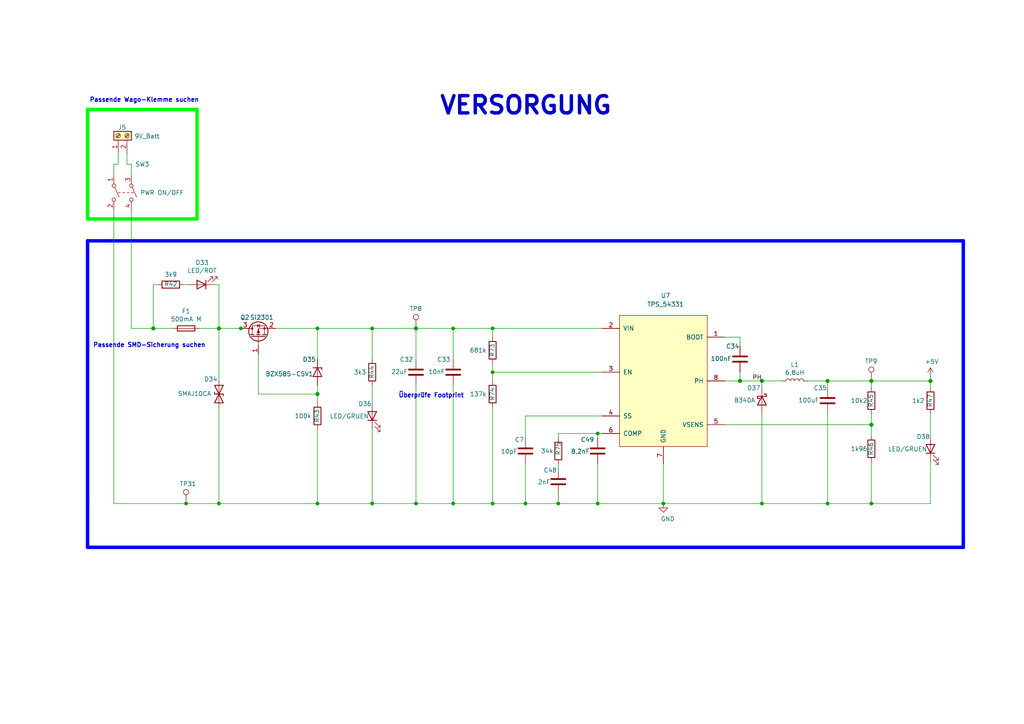
<source format=kicad_sch>
(kicad_sch (version 20210126) (generator eeschema)
  (paper "A4")
  (lib_symbols
    (symbol "Connector:TestPoint" (pin_numbers hide) (pin_names (offset 0.762) hide)
      (property "Reference" "TP" (at 0 6.858 0))
      (property "Value" "TestPoint" (at 0 5.08 0))
      (symbol "TestPoint_0_1"
        (circle (center 0 3.302) (radius 0.762))
      )
      (symbol "TestPoint_1_1"
        (pin passive line (at 0 0 90) (length 2.54) (name "1") (number "1"))
      )
    )
    (symbol "Connector_-_Kopie:Screw_Terminal_01x02" (pin_names (offset 1.016) hide)
      (property "Reference" "J" (at 0 2.54 0))
      (property "Value" "Screw_Terminal_01x02" (at 0 -5.08 0))
      (symbol "Screw_Terminal_01x02_1_1"
        (circle (center 0 -2.54) (radius 0.635) (stroke (width 0.1524)))
        (circle (center 0 0) (radius 0.635) (stroke (width 0.1524)))
        (rectangle (start -1.27 1.27) (end 1.27 -3.81) (stroke (width 0.254)) (fill (type background)))
        (polyline (pts (xy -0.5334 -2.2098) (xy 0.3302 -3.048)) (stroke (width 0.1524)))
        (polyline (pts (xy -0.5334 0.3302) (xy 0.3302 -0.508)) (stroke (width 0.1524)))
        (polyline (pts (xy -0.3556 -2.032) (xy 0.508 -2.8702)) (stroke (width 0.1524)))
        (polyline (pts (xy -0.3556 0.508) (xy 0.508 -0.3302)) (stroke (width 0.1524)))
        (pin passive line (at -5.08 0 0) (length 3.81) (name "Pin_1") (number "1"))
        (pin passive line (at -5.08 -2.54 0) (length 3.81) (name "Pin_2") (number "2"))
      )
    )
    (symbol "Device:C" (pin_numbers hide) (pin_names (offset 0.254))
      (property "Reference" "C" (at 0.635 2.54 0))
      (property "Value" "C" (at 0.635 -2.54 0))
      (symbol "C_0_1"
        (polyline (pts (xy -2.032 -0.762) (xy 2.032 -0.762)) (stroke (width 0.508)))
        (polyline (pts (xy -2.032 0.762) (xy 2.032 0.762)) (stroke (width 0.508)))
      )
      (symbol "C_1_1"
        (pin passive line (at 0 3.81 270) (length 2.794) (name "~") (number "1"))
        (pin passive line (at 0 -3.81 90) (length 2.794) (name "~") (number "2"))
      )
    )
    (symbol "Device:C_1" (pin_numbers hide) (pin_names (offset 0.254))
      (property "Reference" "C" (at 0.635 2.54 0))
      (property "Value" "C" (at 0.635 -2.54 0))
      (symbol "C_1_0_1"
        (polyline (pts (xy -2.032 -0.762) (xy 2.032 -0.762)) (stroke (width 0.508)))
        (polyline (pts (xy -2.032 0.762) (xy 2.032 0.762)) (stroke (width 0.508)))
      )
      (symbol "C_1_1_1"
        (pin passive line (at 0 3.81 270) (length 2.794) (name "~") (number "1"))
        (pin passive line (at 0 -3.81 90) (length 2.794) (name "~") (number "2"))
      )
    )
    (symbol "Device:C_2" (pin_numbers hide) (pin_names (offset 0.254))
      (property "Reference" "C" (at 0.635 2.54 0))
      (property "Value" "C" (at 0.635 -2.54 0))
      (symbol "C_2_0_1"
        (polyline (pts (xy -2.032 -0.762) (xy 2.032 -0.762)) (stroke (width 0.508)))
        (polyline (pts (xy -2.032 0.762) (xy 2.032 0.762)) (stroke (width 0.508)))
      )
      (symbol "C_2_1_1"
        (pin passive line (at 0 3.81 270) (length 2.794) (name "~") (number "1"))
        (pin passive line (at 0 -3.81 90) (length 2.794) (name "~") (number "2"))
      )
    )
    (symbol "Device:C_3" (pin_numbers hide) (pin_names (offset 0.254))
      (property "Reference" "C" (at 0.635 2.54 0))
      (property "Value" "C" (at 0.635 -2.54 0))
      (symbol "C_3_0_1"
        (polyline (pts (xy -2.032 -0.762) (xy 2.032 -0.762)) (stroke (width 0.508)))
        (polyline (pts (xy -2.032 0.762) (xy 2.032 0.762)) (stroke (width 0.508)))
      )
      (symbol "C_3_1_1"
        (pin passive line (at 0 3.81 270) (length 2.794) (name "~") (number "1"))
        (pin passive line (at 0 -3.81 90) (length 2.794) (name "~") (number "2"))
      )
    )
    (symbol "Device:C_4" (pin_numbers hide) (pin_names (offset 0.254))
      (property "Reference" "C" (at 0.635 2.54 0))
      (property "Value" "C" (at 0.635 -2.54 0))
      (symbol "C_4_0_1"
        (polyline (pts (xy -2.032 -0.762) (xy 2.032 -0.762)) (stroke (width 0.508)))
        (polyline (pts (xy -2.032 0.762) (xy 2.032 0.762)) (stroke (width 0.508)))
      )
      (symbol "C_4_1_1"
        (pin passive line (at 0 3.81 270) (length 2.794) (name "~") (number "1"))
        (pin passive line (at 0 -3.81 90) (length 2.794) (name "~") (number "2"))
      )
    )
    (symbol "Device:C_5" (pin_numbers hide) (pin_names (offset 0.254))
      (property "Reference" "C" (at 0.635 2.54 0))
      (property "Value" "C" (at 0.635 -2.54 0))
      (symbol "C_5_0_1"
        (polyline (pts (xy -2.032 -0.762) (xy 2.032 -0.762)) (stroke (width 0.508)))
        (polyline (pts (xy -2.032 0.762) (xy 2.032 0.762)) (stroke (width 0.508)))
      )
      (symbol "C_5_1_1"
        (pin passive line (at 0 3.81 270) (length 2.794) (name "~") (number "1"))
        (pin passive line (at 0 -3.81 90) (length 2.794) (name "~") (number "2"))
      )
    )
    (symbol "Device:C_6" (pin_numbers hide) (pin_names (offset 0.254))
      (property "Reference" "C" (at 0.635 2.54 0))
      (property "Value" "C" (at 0.635 -2.54 0))
      (symbol "C_6_0_1"
        (polyline (pts (xy -2.032 -0.762) (xy 2.032 -0.762)) (stroke (width 0.508)))
        (polyline (pts (xy -2.032 0.762) (xy 2.032 0.762)) (stroke (width 0.508)))
      )
      (symbol "C_6_1_1"
        (pin passive line (at 0 3.81 270) (length 2.794) (name "~") (number "1"))
        (pin passive line (at 0 -3.81 90) (length 2.794) (name "~") (number "2"))
      )
    )
    (symbol "Device:D_Schottky" (pin_numbers hide) (pin_names (offset 1.016) hide)
      (property "Reference" "D" (at 0 2.54 0))
      (property "Value" "D_Schottky" (at 0 -2.54 0))
      (symbol "D_Schottky_0_1"
        (polyline (pts (xy 1.27 0) (xy -1.27 0)))
        (polyline (pts (xy 1.27 1.27) (xy 1.27 -1.27) (xy -1.27 0) (xy 1.27 1.27)) (stroke (width 0.254)))
        (polyline (pts (xy -1.905 0.635) (xy -1.905 1.27) (xy -1.27 1.27) (xy -1.27 -1.27) (xy -0.635 -1.27) (xy -0.635 -0.635)) (stroke (width 0.254)))
      )
      (symbol "D_Schottky_1_1"
        (pin passive line (at -3.81 0 0) (length 2.54) (name "K") (number "1"))
        (pin passive line (at 3.81 0 180) (length 2.54) (name "A") (number "2"))
      )
    )
    (symbol "Device:D_TVS" (pin_numbers hide) (pin_names (offset 1.016) hide)
      (property "Reference" "D" (at 0 2.54 0))
      (property "Value" "D_TVS" (at 0 -2.54 0))
      (symbol "D_TVS_0_1"
        (polyline (pts (xy 1.27 0) (xy -1.27 0)))
        (polyline (pts (xy 0.508 1.27) (xy 0 1.27) (xy 0 -1.27) (xy -0.508 -1.27)) (stroke (width 0.254)))
        (polyline (pts (xy -2.54 1.27) (xy -2.54 -1.27) (xy 2.54 1.27) (xy 2.54 -1.27) (xy -2.54 1.27)) (stroke (width 0.254)))
      )
      (symbol "D_TVS_1_1"
        (pin passive line (at -3.81 0 0) (length 2.54) (name "A1") (number "1"))
        (pin passive line (at 3.81 0 180) (length 2.54) (name "A2") (number "2"))
      )
    )
    (symbol "Device:Fuse" (pin_numbers hide) (pin_names (offset 0))
      (property "Reference" "F" (at 2.032 0 90))
      (property "Value" "Fuse" (at -1.905 0 90))
      (symbol "Fuse_0_1"
        (rectangle (start -0.762 -2.54) (end 0.762 2.54) (stroke (width 0.254)))
        (polyline (pts (xy 0 2.54) (xy 0 -2.54)))
      )
      (symbol "Fuse_1_1"
        (pin passive line (at 0 3.81 270) (length 1.27) (name "~") (number "1"))
        (pin passive line (at 0 -3.81 90) (length 1.27) (name "~") (number "2"))
      )
    )
    (symbol "Device:L" (pin_numbers hide) (pin_names (offset 1.016) hide)
      (property "Reference" "L" (at -1.27 0 90))
      (property "Value" "L" (at 1.905 0 90))
      (symbol "L_0_1"
        (arc (start 0 -2.54) (end 0 -1.27) (radius (at 0 -1.905) (length 0.635) (angles -89.9 89.9)))
        (arc (start 0 -1.27) (end 0 0) (radius (at 0 -0.635) (length 0.635) (angles -89.9 89.9)))
        (arc (start 0 0) (end 0 1.27) (radius (at 0 0.635) (length 0.635) (angles -89.9 89.9)))
        (arc (start 0 1.27) (end 0 2.54) (radius (at 0 1.905) (length 0.635) (angles -89.9 89.9)))
      )
      (symbol "L_1_1"
        (pin passive line (at 0 3.81 270) (length 1.27) (name "1") (number "1"))
        (pin passive line (at 0 -3.81 90) (length 1.27) (name "2") (number "2"))
      )
    )
    (symbol "Device:LED" (pin_numbers hide) (pin_names (offset 1.016) hide)
      (property "Reference" "D" (at 0 2.54 0))
      (property "Value" "LED" (at 0 -2.54 0))
      (symbol "LED_0_1"
        (polyline (pts (xy -1.27 -1.27) (xy -1.27 1.27)) (stroke (width 0.254)))
        (polyline (pts (xy -1.27 0) (xy 1.27 0)))
        (polyline (pts (xy 1.27 -1.27) (xy 1.27 1.27) (xy -1.27 0) (xy 1.27 -1.27)) (stroke (width 0.254)))
        (polyline (pts (xy -3.048 -0.762) (xy -4.572 -2.286) (xy -3.81 -2.286) (xy -4.572 -2.286) (xy -4.572 -1.524)))
        (polyline (pts (xy -1.778 -0.762) (xy -3.302 -2.286) (xy -2.54 -2.286) (xy -3.302 -2.286) (xy -3.302 -1.524)))
      )
      (symbol "LED_1_1"
        (pin passive line (at -3.81 0 0) (length 2.54) (name "K") (number "1"))
        (pin passive line (at 3.81 0 180) (length 2.54) (name "A") (number "2"))
      )
    )
    (symbol "Device:R" (pin_numbers hide) (pin_names (offset 0))
      (property "Reference" "R" (at 2.032 0 90))
      (property "Value" "R" (at 0 0 90))
      (symbol "R_0_1"
        (rectangle (start -1.016 -2.54) (end 1.016 2.54) (stroke (width 0.254)))
      )
      (symbol "R_1_1"
        (pin passive line (at 0 3.81 270) (length 1.27) (name "~") (number "1"))
        (pin passive line (at 0 -3.81 90) (length 1.27) (name "~") (number "2"))
      )
    )
    (symbol "Device:R_1" (pin_numbers hide) (pin_names (offset 0))
      (property "Reference" "R" (at 2.032 0 90))
      (property "Value" "R" (at 0 0 90))
      (symbol "R_1_0_1"
        (rectangle (start -1.016 -2.54) (end 1.016 2.54) (stroke (width 0.254)))
      )
      (symbol "R_1_1_1"
        (pin passive line (at 0 3.81 270) (length 1.27) (name "~") (number "1"))
        (pin passive line (at 0 -3.81 90) (length 1.27) (name "~") (number "2"))
      )
    )
    (symbol "Device:R_2" (pin_numbers hide) (pin_names (offset 0))
      (property "Reference" "R" (at 2.032 0 90))
      (property "Value" "R" (at 0 0 90))
      (symbol "R_2_0_1"
        (rectangle (start -1.016 -2.54) (end 1.016 2.54) (stroke (width 0.254)))
      )
      (symbol "R_2_1_1"
        (pin passive line (at 0 3.81 270) (length 1.27) (name "~") (number "1"))
        (pin passive line (at 0 -3.81 90) (length 1.27) (name "~") (number "2"))
      )
    )
    (symbol "Device:R_3" (pin_numbers hide) (pin_names (offset 0))
      (property "Reference" "R" (at 2.032 0 90))
      (property "Value" "R" (at 0 0 90))
      (symbol "R_3_0_1"
        (rectangle (start -1.016 -2.54) (end 1.016 2.54) (stroke (width 0.254)))
      )
      (symbol "R_3_1_1"
        (pin passive line (at 0 3.81 270) (length 1.27) (name "~") (number "1"))
        (pin passive line (at 0 -3.81 90) (length 1.27) (name "~") (number "2"))
      )
    )
    (symbol "Device:R_4" (pin_numbers hide) (pin_names (offset 0))
      (property "Reference" "R" (at 2.032 0 90))
      (property "Value" "R" (at 0 0 90))
      (symbol "R_4_0_1"
        (rectangle (start -1.016 -2.54) (end 1.016 2.54) (stroke (width 0.254)))
      )
      (symbol "R_4_1_1"
        (pin passive line (at 0 3.81 270) (length 1.27) (name "~") (number "1"))
        (pin passive line (at 0 -3.81 90) (length 1.27) (name "~") (number "2"))
      )
    )
    (symbol "Device:R_5" (pin_numbers hide) (pin_names (offset 0))
      (property "Reference" "R" (at 2.032 0 90))
      (property "Value" "R" (at 0 0 90))
      (symbol "R_5_0_1"
        (rectangle (start -1.016 -2.54) (end 1.016 2.54) (stroke (width 0.254)))
      )
      (symbol "R_5_1_1"
        (pin passive line (at 0 3.81 270) (length 1.27) (name "~") (number "1"))
        (pin passive line (at 0 -3.81 90) (length 1.27) (name "~") (number "2"))
      )
    )
    (symbol "Device:R_6" (pin_numbers hide) (pin_names (offset 0))
      (property "Reference" "R" (at 2.032 0 90))
      (property "Value" "R" (at 0 0 90))
      (symbol "R_6_0_1"
        (rectangle (start -1.016 -2.54) (end 1.016 2.54) (stroke (width 0.254)))
      )
      (symbol "R_6_1_1"
        (pin passive line (at 0 3.81 270) (length 1.27) (name "~") (number "1"))
        (pin passive line (at 0 -3.81 90) (length 1.27) (name "~") (number "2"))
      )
    )
    (symbol "Device:R_7" (pin_numbers hide) (pin_names (offset 0))
      (property "Reference" "R" (at 2.032 0 90))
      (property "Value" "R" (at 0 0 90))
      (symbol "R_7_0_1"
        (rectangle (start -1.016 -2.54) (end 1.016 2.54) (stroke (width 0.254)))
      )
      (symbol "R_7_1_1"
        (pin passive line (at 0 3.81 270) (length 1.27) (name "~") (number "1"))
        (pin passive line (at 0 -3.81 90) (length 1.27) (name "~") (number "2"))
      )
    )
    (symbol "Device:R_8" (pin_numbers hide) (pin_names (offset 0))
      (property "Reference" "R" (at 2.032 0 90))
      (property "Value" "R" (at 0 0 90))
      (symbol "R_8_0_1"
        (rectangle (start -1.016 -2.54) (end 1.016 2.54) (stroke (width 0.254)))
      )
      (symbol "R_8_1_1"
        (pin passive line (at 0 3.81 270) (length 1.27) (name "~") (number "1"))
        (pin passive line (at 0 -3.81 90) (length 1.27) (name "~") (number "2"))
      )
    )
    (symbol "Diode:ZPDxx" (pin_numbers hide) (pin_names (offset 1.016) hide)
      (property "Reference" "D" (at 0 2.54 0))
      (property "Value" "ZPDxx" (at 0 -2.54 0))
      (symbol "ZPDxx_0_1"
        (polyline (pts (xy 1.27 0) (xy -1.27 0)))
        (polyline (pts (xy -1.27 -1.27) (xy -1.27 1.27) (xy -0.762 1.27)) (stroke (width 0.254)))
        (polyline (pts (xy 1.27 -1.27) (xy 1.27 1.27) (xy -1.27 0) (xy 1.27 -1.27)) (stroke (width 0.254)))
      )
      (symbol "ZPDxx_1_1"
        (pin passive line (at -3.81 0 0) (length 2.54) (name "K") (number "1"))
        (pin passive line (at 3.81 0 180) (length 2.54) (name "A") (number "2"))
      )
    )
    (symbol "Kabeltester:TPS_54331" (pin_names (offset 1.016))
      (property "Reference" "U" (at 0 24.13 0))
      (property "Value" "TPS_54331" (at 0 20.955 0))
      (symbol "TPS_54331_0_1"
        (rectangle (start -12.7 19.05) (end 12.7 -19.05) (fill (type background)))
      )
      (symbol "TPS_54331_1_1"
        (pin bidirectional line (at 17.78 12.7 180) (length 5.08) (name "BOOT") (number "1"))
        (pin bidirectional line (at -17.78 15.24 0) (length 5.08) (name "VIN") (number "2"))
        (pin bidirectional line (at -17.78 2.54 0) (length 5.08) (name "EN") (number "3"))
        (pin bidirectional line (at -17.78 -10.16 0) (length 5.08) (name "SS") (number "4"))
        (pin bidirectional line (at 17.78 -12.7 180) (length 5.08) (name "VSENS") (number "5"))
        (pin bidirectional line (at -17.78 -15.24 0) (length 5.08) (name "COMP") (number "6"))
        (pin bidirectional line (at 0 -24.13 90) (length 5.08) (name "GND") (number "7"))
        (pin bidirectional line (at 17.78 0 180) (length 5.08) (name "PH") (number "8"))
      )
    )
    (symbol "Switch:SW_DPST" (pin_names (offset 0) hide)
      (property "Reference" "SW" (at 0 5.08 0))
      (property "Value" "SW_DPST" (at 0 -5.08 0))
      (symbol "SW_DPST_0_0"
        (circle (center -2.032 -2.54) (radius 0.508))
        (circle (center -2.032 2.54) (radius 0.508))
        (circle (center 2.032 -2.54) (radius 0.508))
        (circle (center 2.032 2.54) (radius 0.508))
        (polyline (pts (xy -1.524 -2.286) (xy 1.27 -1.016)))
        (polyline (pts (xy -1.524 2.794) (xy 1.27 4.064)))
        (polyline (pts (xy 0 -1.27) (xy 0 -0.635)))
        (polyline (pts (xy 0 0) (xy 0 0.635)))
        (polyline (pts (xy 0 1.27) (xy 0 1.905)))
        (polyline (pts (xy 0 2.54) (xy 0 3.175)))
      )
      (symbol "SW_DPST_1_1"
        (pin passive line (at -5.08 -2.54 0) (length 2.54) (name "1") (number "1"))
        (pin passive line (at 5.08 -2.54 180) (length 2.54) (name "2") (number "2"))
        (pin passive line (at -5.08 2.54 0) (length 2.54) (name "3") (number "3"))
        (pin passive line (at 5.08 2.54 180) (length 2.54) (name "4") (number "4"))
      )
    )
    (symbol "Transistor_FET:Si2371EDS" (pin_names hide)
      (property "Reference" "Q" (at 5.08 1.905 0))
      (property "Value" "Si2371EDS" (at 5.08 0 0))
      (symbol "Si2371EDS_0_1"
        (circle (center 1.651 0) (radius 2.794) (stroke (width 0.254)))
        (circle (center 2.54 -1.778) (radius 0.254) (fill (type outline)))
        (circle (center 2.54 1.778) (radius 0.254) (fill (type outline)))
        (polyline (pts (xy 0.254 0) (xy -2.54 0)))
        (polyline (pts (xy 0.254 1.905) (xy 0.254 -1.905)) (stroke (width 0.254)))
        (polyline (pts (xy 0.762 -1.27) (xy 0.762 -2.286)) (stroke (width 0.254)))
        (polyline (pts (xy 0.762 0.508) (xy 0.762 -0.508)) (stroke (width 0.254)))
        (polyline (pts (xy 0.762 2.286) (xy 0.762 1.27)) (stroke (width 0.254)))
        (polyline (pts (xy 2.54 2.54) (xy 2.54 1.778)))
        (polyline (pts (xy 2.54 -2.54) (xy 2.54 0) (xy 0.762 0)))
        (polyline (pts (xy 0.762 1.778) (xy 3.302 1.778) (xy 3.302 -1.778) (xy 0.762 -1.778)))
        (polyline (pts (xy 2.286 0) (xy 1.27 0.381) (xy 1.27 -0.381) (xy 2.286 0)) (fill (type outline)))
        (polyline (pts (xy 2.794 -0.508) (xy 2.921 -0.381) (xy 3.683 -0.381) (xy 3.81 -0.254)))
        (polyline (pts (xy 3.302 -0.381) (xy 2.921 0.254) (xy 3.683 0.254) (xy 3.302 -0.381)))
      )
      (symbol "Si2371EDS_1_1"
        (pin input line (at -5.08 0 0) (length 2.54) (name "G") (number "1"))
        (pin passive line (at 2.54 -5.08 90) (length 2.54) (name "S") (number "2"))
        (pin passive line (at 2.54 5.08 270) (length 2.54) (name "D") (number "3"))
      )
    )
    (symbol "power:+5V" (power) (pin_names (offset 0))
      (property "Value" "+5V" (at 0 3.556 0))
      (symbol "+5V_0_1"
        (polyline (pts (xy -0.762 1.27) (xy 0 2.54)))
        (polyline (pts (xy 0 0) (xy 0 2.54)))
        (polyline (pts (xy 0 2.54) (xy 0.762 1.27)))
      )
      (symbol "+5V_1_1"
        (pin power_in line (at 0 0 90) (length 0) hide (name "+5V") (number "1"))
      )
    )
    (symbol "power:GND" (power) (pin_names (offset 0))
      (property "Value" "GND" (at 0 -3.81 0))
      (symbol "GND_0_1"
        (polyline (pts (xy 0 0) (xy 0 -1.27) (xy 1.27 -1.27) (xy 0 -2.54) (xy -1.27 -1.27) (xy 0 -1.27)))
      )
      (symbol "GND_1_1"
        (pin power_in line (at 0 0 270) (length 0) hide (name "GND") (number "1"))
      )
    )
  )
  (junction (at 44.45 95.25) (diameter 1.016))
  (junction (at 53.975 146.05) (diameter 0.9144))
  (junction (at 63.5 95.25) (diameter 1.016))
  (junction (at 63.5 146.05) (diameter 0.9144))
  (junction (at 69.85 95.25) (diameter 0.9144))
  (junction (at 92.075 95.25) (diameter 0.9144))
  (junction (at 92.075 114.3) (diameter 1.016))
  (junction (at 92.075 146.05) (diameter 0.9144))
  (junction (at 107.95 95.25) (diameter 0.9144))
  (junction (at 107.95 146.05) (diameter 0.9144))
  (junction (at 120.65 95.25) (diameter 1.016))
  (junction (at 120.65 146.05) (diameter 0.9144))
  (junction (at 131.445 95.25) (diameter 0.9144))
  (junction (at 131.445 146.05) (diameter 0.9144))
  (junction (at 142.875 95.25) (diameter 0.9144))
  (junction (at 142.875 107.95) (diameter 0.9144))
  (junction (at 142.875 146.05) (diameter 0.9144))
  (junction (at 152.4 146.05) (diameter 0.9144))
  (junction (at 161.925 146.05) (diameter 0.9144))
  (junction (at 173.355 125.73) (diameter 0.9144))
  (junction (at 173.355 146.05) (diameter 0.9144))
  (junction (at 192.405 146.05) (diameter 0.9144))
  (junction (at 214.63 110.49) (diameter 1.016))
  (junction (at 220.98 110.49) (diameter 1.016))
  (junction (at 220.98 146.05) (diameter 0.9144))
  (junction (at 240.03 110.49) (diameter 1.016))
  (junction (at 240.03 146.05) (diameter 0.9144))
  (junction (at 252.73 110.49) (diameter 1.016))
  (junction (at 252.73 123.19) (diameter 1.016))
  (junction (at 252.73 146.05) (diameter 0.9144))
  (junction (at 269.875 110.49) (diameter 1.016))
  (wire (pts (xy 33.02 47.625) (xy 33.02 50.8)))
  (wire (pts (xy 33.02 60.96) (xy 33.02 146.05)))
  (wire (pts (xy 33.02 146.05) (xy 53.975 146.05)))
  (wire (pts (xy 34.29 44.45) (xy 34.29 47.625)))
  (wire (pts (xy 34.29 47.625) (xy 33.02 47.625)))
  (wire (pts (xy 36.83 44.45) (xy 36.83 47.625)))
  (wire (pts (xy 36.83 47.625) (xy 38.1 47.625)))
  (wire (pts (xy 38.1 47.625) (xy 38.1 50.8)))
  (wire (pts (xy 38.1 60.96) (xy 38.1 95.25)))
  (wire (pts (xy 38.1 95.25) (xy 44.45 95.25)))
  (wire (pts (xy 44.45 82.55) (xy 44.45 95.25)))
  (wire (pts (xy 44.45 95.25) (xy 50.165 95.25)))
  (wire (pts (xy 45.72 82.55) (xy 44.45 82.55)))
  (wire (pts (xy 53.34 82.55) (xy 54.61 82.55)))
  (wire (pts (xy 53.975 146.05) (xy 63.5 146.05)))
  (wire (pts (xy 57.785 95.25) (xy 63.5 95.25)))
  (wire (pts (xy 62.23 82.55) (xy 63.5 82.55)))
  (wire (pts (xy 63.5 82.55) (xy 63.5 95.25)))
  (wire (pts (xy 63.5 95.25) (xy 63.5 110.49)))
  (wire (pts (xy 63.5 95.25) (xy 69.85 95.25)))
  (wire (pts (xy 63.5 118.11) (xy 63.5 146.05)))
  (wire (pts (xy 63.5 146.05) (xy 92.075 146.05)))
  (wire (pts (xy 69.85 95.25) (xy 70.485 95.25)))
  (wire (pts (xy 74.93 102.87) (xy 74.93 114.3)))
  (wire (pts (xy 74.93 114.3) (xy 92.075 114.3)))
  (wire (pts (xy 80.01 95.25) (xy 92.075 95.25)))
  (wire (pts (xy 92.075 95.25) (xy 107.95 95.25)))
  (wire (pts (xy 92.075 104.14) (xy 92.075 95.25)))
  (wire (pts (xy 92.075 111.76) (xy 92.075 114.3)))
  (wire (pts (xy 92.075 114.3) (xy 92.075 116.84)))
  (wire (pts (xy 92.075 124.46) (xy 92.075 146.05)))
  (wire (pts (xy 92.075 146.05) (xy 107.95 146.05)))
  (wire (pts (xy 107.95 95.25) (xy 120.65 95.25)))
  (wire (pts (xy 107.95 104.14) (xy 107.95 95.25)))
  (wire (pts (xy 107.95 111.76) (xy 107.95 116.84)))
  (wire (pts (xy 107.95 124.46) (xy 107.95 146.05)))
  (wire (pts (xy 107.95 146.05) (xy 120.65 146.05)))
  (wire (pts (xy 120.65 95.25) (xy 131.445 95.25)))
  (wire (pts (xy 120.65 104.14) (xy 120.65 95.25)))
  (wire (pts (xy 120.65 111.76) (xy 120.65 146.05)))
  (wire (pts (xy 120.65 146.05) (xy 131.445 146.05)))
  (wire (pts (xy 131.445 95.25) (xy 142.875 95.25)))
  (wire (pts (xy 131.445 104.14) (xy 131.445 95.25)))
  (wire (pts (xy 131.445 111.76) (xy 131.445 146.05)))
  (wire (pts (xy 131.445 146.05) (xy 142.875 146.05)))
  (wire (pts (xy 142.875 95.25) (xy 142.875 97.79)))
  (wire (pts (xy 142.875 95.25) (xy 174.625 95.25)))
  (wire (pts (xy 142.875 105.41) (xy 142.875 107.95)))
  (wire (pts (xy 142.875 107.95) (xy 142.875 110.49)))
  (wire (pts (xy 142.875 107.95) (xy 174.625 107.95)))
  (wire (pts (xy 142.875 118.11) (xy 142.875 146.05)))
  (wire (pts (xy 142.875 146.05) (xy 152.4 146.05)))
  (wire (pts (xy 152.4 120.65) (xy 152.4 127)))
  (wire (pts (xy 152.4 120.65) (xy 174.625 120.65)))
  (wire (pts (xy 152.4 134.62) (xy 152.4 146.05)))
  (wire (pts (xy 152.4 146.05) (xy 161.925 146.05)))
  (wire (pts (xy 161.925 125.73) (xy 161.925 127)))
  (wire (pts (xy 161.925 125.73) (xy 173.355 125.73)))
  (wire (pts (xy 161.925 134.62) (xy 161.925 135.89)))
  (wire (pts (xy 161.925 143.51) (xy 161.925 146.05)))
  (wire (pts (xy 161.925 146.05) (xy 173.355 146.05)))
  (wire (pts (xy 173.355 125.73) (xy 173.355 127)))
  (wire (pts (xy 173.355 125.73) (xy 174.625 125.73)))
  (wire (pts (xy 173.355 134.62) (xy 173.355 146.05)))
  (wire (pts (xy 173.355 146.05) (xy 192.405 146.05)))
  (wire (pts (xy 192.405 134.62) (xy 192.405 146.05)))
  (wire (pts (xy 210.185 97.79) (xy 214.63 97.79)))
  (wire (pts (xy 210.185 110.49) (xy 214.63 110.49)))
  (wire (pts (xy 210.185 123.19) (xy 252.73 123.19)))
  (wire (pts (xy 214.63 97.79) (xy 214.63 100.33)))
  (wire (pts (xy 214.63 110.49) (xy 214.63 107.95)))
  (wire (pts (xy 220.98 110.49) (xy 214.63 110.49)))
  (wire (pts (xy 220.98 110.49) (xy 226.695 110.49)))
  (wire (pts (xy 220.98 112.395) (xy 220.98 110.49)))
  (wire (pts (xy 220.98 120.015) (xy 220.98 146.05)))
  (wire (pts (xy 220.98 146.05) (xy 192.405 146.05)))
  (wire (pts (xy 220.98 146.05) (xy 240.03 146.05)))
  (wire (pts (xy 234.315 110.49) (xy 240.03 110.49)))
  (wire (pts (xy 240.03 110.49) (xy 240.03 112.395)))
  (wire (pts (xy 240.03 120.015) (xy 240.03 146.05)))
  (wire (pts (xy 240.03 146.05) (xy 252.73 146.05)))
  (wire (pts (xy 252.73 110.49) (xy 240.03 110.49)))
  (wire (pts (xy 252.73 110.49) (xy 269.875 110.49)))
  (wire (pts (xy 252.73 112.395) (xy 252.73 110.49)))
  (wire (pts (xy 252.73 120.015) (xy 252.73 123.19)))
  (wire (pts (xy 252.73 123.19) (xy 252.73 126.365)))
  (wire (pts (xy 252.73 133.985) (xy 252.73 146.05)))
  (wire (pts (xy 252.73 146.05) (xy 269.875 146.05)))
  (wire (pts (xy 269.875 109.22) (xy 269.875 110.49)))
  (wire (pts (xy 269.875 112.395) (xy 269.875 110.49)))
  (wire (pts (xy 269.875 120.015) (xy 269.875 126.365)))
  (wire (pts (xy 269.875 133.985) (xy 269.875 146.05)))
  (polyline (pts (xy 25.4 31.75) (xy 25.4 63.5)) (stroke (width 1) (type solid) (color 0 255 0 1)))
  (polyline (pts (xy 25.4 63.5) (xy 57.15 63.5)) (stroke (width 1) (type solid) (color 0 255 0 1)))
  (polyline (pts (xy 25.4 69.85) (xy 25.4 146.05)) (stroke (width 1) (type solid) (color 0 0 255 1)))
  (polyline (pts (xy 25.4 146.05) (xy 25.4 158.75)) (stroke (width 1) (type solid) (color 0 0 255 1)))
  (polyline (pts (xy 25.4 158.75) (xy 279.4 158.75)) (stroke (width 1) (type solid) (color 0 0 255 1)))
  (polyline (pts (xy 31.75 69.85) (xy 25.4 69.85)) (stroke (width 1) (type solid) (color 0 0 255 1)))
  (polyline (pts (xy 31.75 69.85) (xy 279.4 69.85)) (stroke (width 1) (type solid) (color 0 0 255 1)))
  (polyline (pts (xy 57.15 31.75) (xy 25.4 31.75)) (stroke (width 1) (type solid) (color 0 255 0 1)))
  (polyline (pts (xy 57.15 63.5) (xy 57.15 31.75)) (stroke (width 1) (type solid) (color 0 255 0 1)))
  (polyline (pts (xy 279.4 158.75) (xy 279.4 69.85)) (stroke (width 1) (type solid) (color 0 0 255 1)))
  (text "Passende Wago-Klemme suchen\n" (at 57.785 29.845 180) (effects (font (size 1.27 1.27) (thickness 0.254) bold) (justify right bottom)))
  (text "Passende SMD-Sicherung suchen\n" (at 59.69 100.965 180) (effects (font (size 1.27 1.27) (thickness 0.254) bold) (justify right bottom)))
  (text "Überprüfe Footprint\n" (at 134.62 115.57 180) (effects (font (size 1.27 1.27) (thickness 0.254) bold) (justify right bottom)))
  (text "VERSORGUNG\n" (at 177.8 33.655 180) (effects (font (size 5 5) (thickness 1) bold) (justify right bottom)))
  (label "PH" (at 220.98 110.49 180))
  (symbol (lib_id "Connector:TestPoint") (at 53.975 146.05 0) (unit 1)
    (property "Reference" "TP31" (at 52.07 140.335 0) (effects (justify left)))
    (property "Value" "TestPoint" (effects hide))
    (property "Footprint" "TestPoint:TestPoint_Pad_D1.0mm" (effects hide))
    (property "BMK-Nr" "-" (effects hide))
    (property "Mouser" "-" (effects hide))
  )
  (symbol (lib_id "Connector:TestPoint") (at 120.65 95.25 0) (unit 1)
    (property "Reference" "TP8" (at 118.745 89.535 0) (effects (justify left)))
    (property "Value" "TestPoint" (effects hide))
    (property "Footprint" "TestPoint:TestPoint_Pad_D1.0mm" (effects hide))
    (property "BMK-Nr" "-" (effects hide))
    (property "Mouser" "-" (effects hide))
  )
  (symbol (lib_id "Connector:TestPoint") (at 252.73 110.49 0) (unit 1)
    (property "Reference" "TP9" (at 250.825 104.775 0) (effects (justify left)))
    (property "Value" "TestPoint" (effects hide))
    (property "Footprint" "TestPoint:TestPoint_Pad_D1.0mm" (effects hide))
    (property "BMK-Nr" "-" (effects hide))
    (property "Mouser" "-" (effects hide))
  )
  (symbol (lib_id "power:+5V") (at 269.875 109.22 0) (unit 1)
    (property "Reference" "#PWR0111" (effects hide))
    (property "Value" "+5V" (at 270.2433 104.8956 0))
  )
  (symbol (lib_id "Device:L") (at 230.505 110.49 90) (unit 1)
    (property "Reference" "L1" (at 230.505 105.7718 90))
    (property "Value" "6,8uH" (at 230.505 108.071 90))
    (property "Footprint" "Inductor_SMD:L_7.3x7.3_H4.5" (effects hide))
    (property "BMK-Nr" "04-1025" (effects hide))
    (property "Mouser" "710-74477710" (effects hide))
  )
  (symbol (lib_id "power:GND") (at 192.405 146.05 0) (unit 1)
    (property "Reference" "#PWR0110" (effects hide))
    (property "Value" "GND" (at 193.675 150.495 0))
  )
  (symbol (lib_id "Device:Fuse") (at 53.975 95.25 90) (unit 1)
    (property "Reference" "F1" (at 53.975 90.2778 90))
    (property "Value" "500mA M" (at 53.975 92.577 90))
    (property "Footprint" "Fuse:Fuse_1812_4532Metric_Pad1.30x3.40mm_HandSolder" (effects hide))
  )
  (symbol (lib_name "Device:R_1") (lib_id "Device:R") (at 49.53 82.55 90) (unit 1)
    (property "Reference" "R42" (at 49.53 82.4038 90))
    (property "Value" "3k9" (at 49.53 79.623 90))
    (property "Footprint" "Resistor_SMD:R_0603_1608Metric_Pad0.98x0.95mm_HandSolder" (effects hide))
    (property "BMK-Nr" "BS" (effects hide))
    (property "Mouser" "-" (effects hide))
  )
  (symbol (lib_name "Device:R_3") (lib_id "Device:R") (at 92.075 120.65 180) (unit 1)
    (property "Reference" "R43" (at 91.9288 120.65 90))
    (property "Value" "100k" (at 87.878 120.65 0))
    (property "Footprint" "Resistor_SMD:R_0603_1608Metric_Pad0.98x0.95mm_HandSolder" (effects hide))
    (property "BMK-Nr" "BS" (effects hide))
    (property "Mouser" "-" (effects hide))
  )
  (symbol (lib_name "Device:R_7") (lib_id "Device:R") (at 107.95 107.95 180) (unit 1)
    (property "Reference" "R44" (at 107.8038 107.95 90))
    (property "Value" "3k3" (at 104.387 107.95 0))
    (property "Footprint" "Resistor_SMD:R_0603_1608Metric_Pad0.98x0.95mm_HandSolder" (effects hide))
    (property "BMK-Nr" "BS" (effects hide))
    (property "Mouser" "-" (effects hide))
  )
  (symbol (lib_name "Device:R_8") (lib_id "Device:R") (at 142.875 101.6 180) (unit 1)
    (property "Reference" "R73" (at 142.7288 101.6 90))
    (property "Value" "681k" (at 138.677 101.6 0))
    (property "Footprint" "Resistor_SMD:R_0603_1608Metric_Pad0.98x0.95mm_HandSolder" (effects hide))
    (property "BMK-Nr" "BS" (effects hide))
    (property "Mouser" "-" (effects hide))
  )
  (symbol (lib_id "Device:R") (at 142.875 114.3 180) (unit 1)
    (property "Reference" "R74" (at 142.7288 114.3 90))
    (property "Value" "137k" (at 138.677 114.3 0))
    (property "Footprint" "Resistor_SMD:R_0603_1608Metric_Pad0.98x0.95mm_HandSolder" (effects hide))
    (property "BMK-Nr" "BS" (effects hide))
    (property "Mouser" "-" (effects hide))
  )
  (symbol (lib_name "Device:R_6") (lib_id "Device:R") (at 161.925 130.81 0) (unit 1)
    (property "Reference" "R75" (at 161.925 132.08 90) (effects (justify left)))
    (property "Value" "34k" (at 156.845 130.81 0) (effects (justify left)))
    (property "Footprint" "Resistor_SMD:R_0603_1608Metric_Pad0.98x0.95mm_HandSolder" (effects hide))
  )
  (symbol (lib_name "Device:R_4") (lib_id "Device:R") (at 252.73 116.205 180) (unit 1)
    (property "Reference" "R45" (at 252.5838 116.205 90))
    (property "Value" "10k2" (at 249.168 116.205 0))
    (property "Footprint" "Resistor_SMD:R_0603_1608Metric_Pad0.98x0.95mm_HandSolder" (effects hide))
    (property "BMK-Nr" "01-3584" (effects hide))
    (property "Mouser" "-" (effects hide))
  )
  (symbol (lib_name "Device:R_2") (lib_id "Device:R") (at 252.73 130.175 180) (unit 1)
    (property "Reference" "R46" (at 252.5838 130.175 90))
    (property "Value" "1k96" (at 249.168 130.175 0))
    (property "Footprint" "Resistor_SMD:R_0603_1608Metric_Pad0.98x0.95mm_HandSolder" (effects hide))
    (property "BMK-Nr" "01-6622" (effects hide))
    (property "Mouser" "-" (effects hide))
  )
  (symbol (lib_name "Device:R_5") (lib_id "Device:R") (at 269.875 116.205 180) (unit 1)
    (property "Reference" "R47" (at 269.7288 116.205 90))
    (property "Value" "1k2" (at 266.312 116.205 0))
    (property "Footprint" "Resistor_SMD:R_0603_1608Metric_Pad0.98x0.95mm_HandSolder" (effects hide))
    (property "BMK-Nr" "BS" (effects hide))
    (property "Mouser" "-" (effects hide))
  )
  (symbol (lib_id "Device:D_TVS") (at 63.5 114.3 270) (unit 1)
    (property "Reference" "D34" (at 59.1821 109.9756 90) (effects (justify left)))
    (property "Value" "SMAJ10CA" (at 51.562 114.179 90) (effects (justify left)))
    (property "Footprint" "Diode_SMD:D_SMA_Handsoldering" (effects hide))
    (property "BMK-Nr" "08-5491-2" (effects hide))
    (property "Mouser" "652-SMAJ10CA" (effects hide))
  )
  (symbol (lib_id "Diode:ZPDxx") (at 92.075 107.95 270) (unit 1)
    (property "Reference" "D35" (at 87.7571 104.2606 90) (effects (justify left)))
    (property "Value" "BZX585-C5V1" (at 76.962 108.464 90) (effects (justify left)))
    (property "Footprint" "Diode_SMD:D_0805_2012Metric_Pad1.15x1.40mm_HandSolder" (effects hide))
    (property "Datasheet" "http://diotec.com/tl_files/diotec/files/pdf/datasheets/zpd1" (effects hide))
    (property "BMK-Nr" "38-1875" (effects hide))
    (property "Mouser" "771-BZX585-C5V1115" (effects hide))
  )
  (symbol (lib_id "Device:D_Schottky") (at 220.98 116.205 270) (unit 1)
    (property "Reference" "D37" (at 216.6621 112.5156 90) (effects (justify left)))
    (property "Value" "B340A" (at 212.852 116.084 90) (effects (justify left)))
    (property "Footprint" "Diode_SMD:D_SMA_Handsoldering" (effects hide))
    (property "BMK-Nr" "08-2283" (effects hide))
    (property "Mouser" "621-B340AE-13" (effects hide))
  )
  (symbol (lib_id "Device:LED") (at 58.42 82.55 180) (unit 1)
    (property "Reference" "D33" (at 58.6105 76.1808 0))
    (property "Value" "LED/ROT" (at 58.61 78.479 0))
    (property "Footprint" "LED_SMD:LED_0603_1608Metric_Pad1.05x0.95mm_HandSolder" (effects hide))
    (property "BMK-Nr" "08-8617" (effects hide))
    (property "Mouser" "604-APT1608LSECKJ3RV" (effects hide))
  )
  (symbol (lib_id "Device:LED") (at 107.95 120.65 90) (unit 1)
    (property "Reference" "D36" (at 103.8861 117.1511 90) (effects (justify right)))
    (property "Value" "LED/GRUEN" (at 95.631 120.72 90) (effects (justify right)))
    (property "Footprint" "LED_SMD:LED_0603_1608Metric_Pad1.05x0.95mm_HandSolder" (effects hide))
    (property "BMK-Nr" "08-8620" (effects hide))
    (property "Mouser" "604-APT1608LZGCK" (effects hide))
  )
  (symbol (lib_id "Device:LED") (at 269.875 130.175 90) (unit 1)
    (property "Reference" "D38" (at 265.8111 126.6761 90) (effects (justify right)))
    (property "Value" "LED/GRUEN" (at 257.556 130.245 90) (effects (justify right)))
    (property "Footprint" "LED_SMD:LED_0603_1608Metric_Pad1.05x0.95mm_HandSolder" (effects hide))
    (property "BMK-Nr" "08-8620" (effects hide))
    (property "Mouser" "604-APT1608LZGCK" (effects hide))
  )
  (symbol (lib_id "Connector_-_Kopie:Screw_Terminal_01x02") (at 34.29 39.37 90) (unit 1)
    (property "Reference" "J5" (at 35.4268 36.957 90))
    (property "Value" "9V_Batt" (at 42.653 39.497 90))
    (property "Footprint" "Connector_PinSocket_2.54mm:PinSocket_1x02_P2.54mm_Vertical" (effects hide))
  )
  (symbol (lib_name "Device:C_1") (lib_id "Device:C") (at 120.65 107.95 0) (unit 1)
    (property "Reference" "C32" (at 115.9511 104.2606 0) (effects (justify left)))
    (property "Value" "22uF" (at 113.411 107.829 0) (effects (justify left)))
    (property "Footprint" "Capacitor_SMD:C_1210_3225Metric_Pad1.33x2.70mm_HandSolder" (effects hide))
    (property "BMK-Nr" "02-3361" (effects hide))
  )
  (symbol (lib_name "Device:C_4") (lib_id "Device:C") (at 131.445 107.95 0) (unit 1)
    (property "Reference" "C33" (at 126.7461 104.2606 0) (effects (justify left)))
    (property "Value" "10nF" (at 124.206 107.829 0) (effects (justify left)))
    (property "Footprint" "Capacitor_SMD:C_0603_1608Metric_Pad1.08x0.95mm_HandSolder" (effects hide))
    (property "BMK-Nr" "BS" (effects hide))
  )
  (symbol (lib_name "Device:C_5") (lib_id "Device:C") (at 152.4 130.81 180) (unit 1)
    (property "Reference" "C7" (at 152.0189 127.5144 0) (effects (justify left)))
    (property "Value" "10pF" (at 150.114 130.931 0) (effects (justify left)))
    (property "Footprint" "Capacitor_SMD:C_0603_1608Metric_Pad1.08x0.95mm_HandSolder" (effects hide))
    (property "BMK-Nr" "BS" (effects hide))
  )
  (symbol (lib_name "Device:C_6") (lib_id "Device:C") (at 161.925 139.7 180) (unit 1)
    (property "Reference" "C48" (at 161.5439 136.4044 0) (effects (justify left)))
    (property "Value" "2nF" (at 159.639 139.821 0) (effects (justify left)))
    (property "Footprint" "Capacitor_SMD:C_0603_1608Metric_Pad1.08x0.95mm_HandSolder" (effects hide))
    (property "BMK-Nr" "BS" (effects hide))
  )
  (symbol (lib_name "Device:C_2") (lib_id "Device:C") (at 173.355 130.81 180) (unit 1)
    (property "Reference" "C49" (at 172.3389 127.5144 0) (effects (justify left)))
    (property "Value" "8,2nF" (at 171.069 130.931 0) (effects (justify left)))
    (property "Footprint" "Capacitor_SMD:C_0603_1608Metric_Pad1.08x0.95mm_HandSolder" (effects hide))
    (property "BMK-Nr" "BS" (effects hide))
  )
  (symbol (lib_name "Device:C_3") (lib_id "Device:C") (at 214.63 104.14 0) (unit 1)
    (property "Reference" "C34" (at 210.5661 100.4506 0) (effects (justify left)))
    (property "Value" "100nF" (at 206.121 104.019 0) (effects (justify left)))
    (property "Footprint" "Capacitor_SMD:C_0603_1608Metric_Pad1.08x0.95mm_HandSolder" (effects hide))
    (property "BMK-Nr" "BS" (effects hide))
  )
  (symbol (lib_id "Device:C") (at 240.03 116.205 0) (unit 1)
    (property "Reference" "C35" (at 235.9661 112.5156 0) (effects (justify left)))
    (property "Value" "100uF" (at 231.521 116.084 0) (effects (justify left)))
    (property "Footprint" "Capacitor_SMD:C_1210_3225Metric_Pad1.33x2.70mm_HandSolder" (effects hide))
    (property "BMK-Nr" "02-1635" (effects hide))
  )
  (symbol (lib_id "Switch:SW_DPST") (at 35.56 55.88 270) (unit 1)
    (property "Reference" "SW3" (at 41.275 47.625 90))
    (property "Value" "PWR ON/OFF" (at 46.99 55.88 90))
    (property "Footprint" "Connector_PinSocket_2.54mm:PinSocket_2x02_P2.54mm_Vertical" (effects hide))
    (property "BMK-Nr" "BS" (effects hide))
    (property "Mouser" "-" (effects hide))
  )
  (symbol (lib_id "Transistor_FET:Si2371EDS") (at 74.93 97.79 90) (unit 1)
    (property "Reference" "Q2" (at 72.39 92.075 90) (effects (justify left)))
    (property "Value" "Si2301" (at 79.375 92.075 90) (effects (justify left)))
    (property "Footprint" "Package_TO_SOT_SMD:SOT-23" (effects hide))
    (property "Datasheet" "http://www.vishay.com/docs/63924/si2371eds.pdf" (effects hide))
    (property "BMK-Nr" "06-6269" (effects hide))
    (property "Mouser" "833-SI2301" (effects hide))
  )
  (symbol (lib_id "Kabeltester:TPS_54331") (at 192.405 110.49 0) (unit 1)
    (property "Reference" "U7" (at 193.04 85.725 0))
    (property "Value" "TPS_54331" (at 193.04 88.265 0))
    (property "Footprint" "Package_SO:SOIC-8_3.9x4.9mm_P1.27mm" (effects hide))
    (property "Datasheet" "https://www.ti.com/lit/ds/symlink/tps54331.pdf?HQS=dis-mous-null-mousermode-dsf-pf-null-wwe&ts=1614449082147&ref_url=https%253A%252F%252Fwww.mouser.cn%252F" (effects hide))
    (property "BMK-Nr" "11-9800-1" (effects hide))
    (property "Mouser" "595-TPS54331DRG4" (effects hide))
  )
)
</source>
